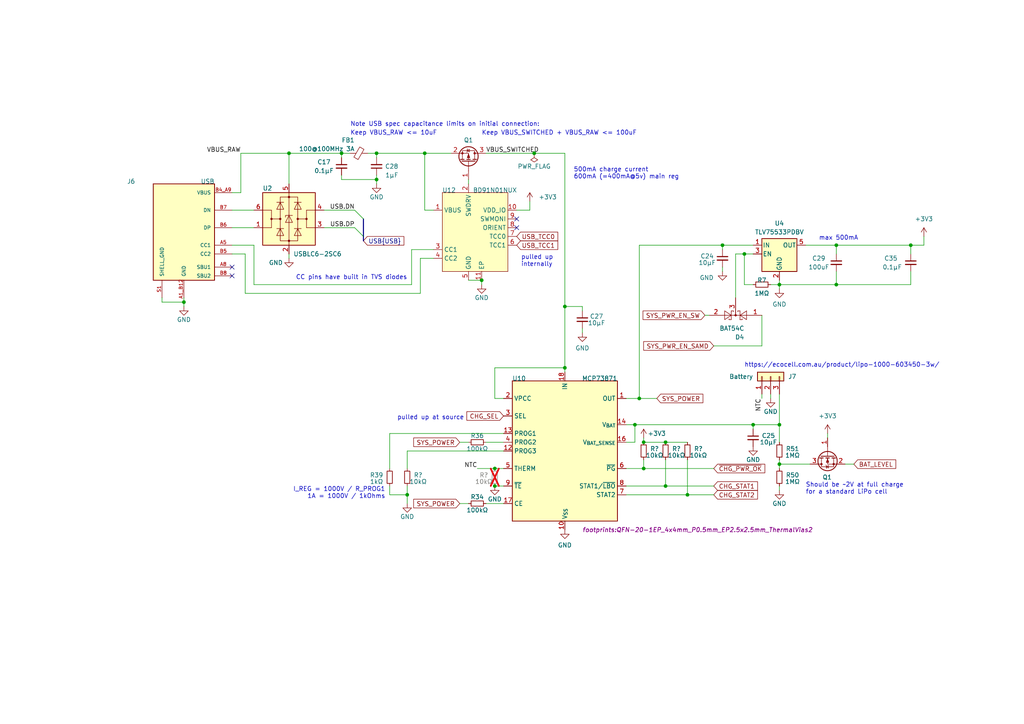
<source format=kicad_sch>
(kicad_sch (version 20230121) (generator eeschema)
  (paper "A4")
  (title_block (title "TANGARA") (date "2023-05-30") (rev "4") (company "made by jacqueline") (comment 1 "SPDX-License-Identifier: CERN-OHL-S-2.0"))
  (lib_symbols
    (symbol "Battery_Management:MCP73871"
      (property "Reference" "U" (at -7.62 24.13 0))
      (property "Value" "MCP73871" (at -15.24 21.59 0))
      (symbol "MCP73871_0_1"
        (rectangle (start -15.24 20.32) (end 15.24 -20.32) (stroke (width 0.254)) (fill (type background)))
      )
      (symbol "MCP73871_1_1"
        (pin power_out line (at 17.78 15.24 180) (length 2.54) (name "OUT") (number "1"))
        (pin power_in line (at 0 -22.86 90) (length 2.54) (name "V_{SS}") (number "10"))
        (pin passive line (at 0 -22.86 90) (length 2.54) hide (name "V_{SS}") (number "11"))
        (pin bidirectional line (at -17.78 0 0) (length 2.54) (name "PROG3") (number "12"))
        (pin bidirectional line (at -17.78 5.08 0) (length 2.54) (name "PROG1") (number "13"))
        (pin power_out line (at 17.78 7.62 180) (length 2.54) (name "V_{BAT}") (number "14"))
        (pin passive line (at 17.78 7.62 180) (length 2.54) hide (name "V_{BAT}") (number "15"))
        (pin input line (at 17.78 2.54 180) (length 2.54) (name "V_{BAT_SENSE}") (number "16"))
        (pin input line (at -17.78 -15.24 0) (length 2.54) (name "CE") (number "17"))
        (pin power_in line (at 0 22.86 270) (length 2.54) (name "IN") (number "18"))
        (pin passive line (at 0 22.86 270) (length 2.54) hide (name "IN") (number "19"))
        (pin input line (at -17.78 15.24 0) (length 2.54) (name "VPCC") (number "2"))
        (pin passive line (at 17.78 15.24 180) (length 2.54) hide (name "OUT") (number "20"))
        (pin passive line (at 0 -22.86 90) (length 2.54) hide (name "V_{SS}") (number "21"))
        (pin input line (at -17.78 10.16 0) (length 2.54) (name "SEL") (number "3"))
        (pin input line (at -17.78 2.54 0) (length 2.54) (name "PROG2") (number "4"))
        (pin bidirectional line (at -17.78 -5.08 0) (length 2.54) (name "THERM") (number "5"))
        (pin open_collector line (at 17.78 -5.08 180) (length 2.54) (name "~{PG}") (number "6"))
        (pin open_collector line (at 17.78 -12.7 180) (length 2.54) (name "STAT2") (number "7"))
        (pin open_collector line (at 17.78 -10.16 180) (length 2.54) (name "STAT1/~{LBO}") (number "8"))
        (pin input line (at -17.78 -10.16 0) (length 2.54) (name "~{TE}") (number "9"))
      )
    )
    (symbol "Connector_Generic:Conn_01x03" (pin_names (offset 1.016) hide)
      (property "Reference" "J" (at 0 5.08 0))
      (property "Value" "Conn_01x03" (at 0 -5.08 0))
      (symbol "Conn_01x03_1_1"
        (rectangle (start -1.27 -2.413) (end 0 -2.667) (stroke (width 0.1524)))
        (rectangle (start -1.27 0.127) (end 0 -0.127) (stroke (width 0.1524)))
        (rectangle (start -1.27 2.667) (end 0 2.413) (stroke (width 0.1524)))
        (rectangle (start -1.27 3.81) (end 1.27 -3.81) (stroke (width 0.254)) (fill (type background)))
        (pin passive line (at -5.08 2.54 0) (length 3.81) (name "Pin_1") (number "1"))
        (pin passive line (at -5.08 0 0) (length 3.81) (name "Pin_2") (number "2"))
        (pin passive line (at -5.08 -2.54 0) (length 3.81) (name "Pin_3") (number "3"))
      )
    )
    (symbol "Device:C_Small" (pin_numbers hide) (pin_names (offset 0.254) hide)
      (property "Reference" "C" (at 0.254 1.778 0))
      (property "Value" "C_Small" (at 0.254 -2.032 0))
      (symbol "C_Small_0_1"
        (polyline (pts (xy -1.524 -0.508) (xy 1.524 -0.508)) (stroke (width 0.3302)))
        (polyline (pts (xy -1.524 0.508) (xy 1.524 0.508)) (stroke (width 0.3048)))
      )
      (symbol "C_Small_1_1"
        (pin passive line (at 0 2.54 270) (length 2.032) (name "~") (number "1"))
        (pin passive line (at 0 -2.54 90) (length 2.032) (name "~") (number "2"))
      )
    )
    (symbol "Device:Ferrite_Bead_Small" (pin_numbers hide) (pin_names (offset 0))
      (property "Reference" "FB" (at 1.905 1.27 0))
      (property "Value" "Device_Ferrite_Bead_Small" (at 1.905 -1.27 0))
      (symbol "Ferrite_Bead_Small_0_1"
        (polyline (pts (xy 0 -1.27) (xy 0 -0.7874)))
        (polyline (pts (xy 0 0.889) (xy 0 1.2954)))
        (polyline (pts (xy -1.8288 0.2794) (xy -1.1176 1.4986) (xy 1.8288 -0.2032) (xy 1.1176 -1.4224) (xy -1.8288 0.2794)))
      )
      (symbol "Ferrite_Bead_Small_1_1"
        (pin passive line (at 0 2.54 270) (length 1.27) (name "~") (number "1"))
        (pin passive line (at 0 -2.54 90) (length 1.27) (name "~") (number "2"))
      )
    )
    (symbol "Device:Q_NMOS_GSD" (pin_names (offset 0) hide)
      (property "Reference" "Q" (at 5.08 1.27 0))
      (property "Value" "Q_NMOS_GSD" (at 5.08 -1.27 0))
      (symbol "Q_NMOS_GSD_0_1"
        (polyline (pts (xy 0.254 0) (xy -2.54 0)))
        (polyline (pts (xy 0.254 1.905) (xy 0.254 -1.905)) (stroke (width 0.254)))
        (polyline (pts (xy 0.762 -1.27) (xy 0.762 -2.286)) (stroke (width 0.254)))
        (polyline (pts (xy 0.762 0.508) (xy 0.762 -0.508)) (stroke (width 0.254)))
        (polyline (pts (xy 0.762 2.286) (xy 0.762 1.27)) (stroke (width 0.254)))
        (polyline (pts (xy 2.54 2.54) (xy 2.54 1.778)))
        (polyline (pts (xy 2.54 -2.54) (xy 2.54 0) (xy 0.762 0)))
        (polyline (pts (xy 0.762 -1.778) (xy 3.302 -1.778) (xy 3.302 1.778) (xy 0.762 1.778)))
        (polyline (pts (xy 1.016 0) (xy 2.032 0.381) (xy 2.032 -0.381) (xy 1.016 0)) (fill (type outline)))
        (polyline (pts (xy 2.794 0.508) (xy 2.921 0.381) (xy 3.683 0.381) (xy 3.81 0.254)))
        (polyline (pts (xy 3.302 0.381) (xy 2.921 -0.254) (xy 3.683 -0.254) (xy 3.302 0.381)))
        (circle (center 1.651 0) (radius 2.794) (stroke (width 0.254)))
        (circle (center 2.54 -1.778) (radius 0.254) (fill (type outline)))
        (circle (center 2.54 1.778) (radius 0.254) (fill (type outline)))
      )
      (symbol "Q_NMOS_GSD_1_1"
        (pin input line (at -5.08 0 0) (length 2.54) (name "G") (number "1"))
        (pin passive line (at 2.54 -5.08 90) (length 2.54) (name "S") (number "2"))
        (pin passive line (at 2.54 5.08 270) (length 2.54) (name "D") (number "3"))
      )
    )
    (symbol "Device:Q_PMOS_GSD" (pin_names (offset 0) hide)
      (property "Reference" "Q" (at 5.08 1.27 0))
      (property "Value" "Q_PMOS_GSD" (at 5.08 -1.27 0))
      (symbol "Q_PMOS_GSD_0_1"
        (polyline (pts (xy 0.254 0) (xy -2.54 0)))
        (polyline (pts (xy 0.254 1.905) (xy 0.254 -1.905)) (stroke (width 0.254)))
        (polyline (pts (xy 0.762 -1.27) (xy 0.762 -2.286)) (stroke (width 0.254)))
        (polyline (pts (xy 0.762 0.508) (xy 0.762 -0.508)) (stroke (width 0.254)))
        (polyline (pts (xy 0.762 2.286) (xy 0.762 1.27)) (stroke (width 0.254)))
        (polyline (pts (xy 2.54 2.54) (xy 2.54 1.778)))
        (polyline (pts (xy 2.54 -2.54) (xy 2.54 0) (xy 0.762 0)))
        (polyline (pts (xy 0.762 1.778) (xy 3.302 1.778) (xy 3.302 -1.778) (xy 0.762 -1.778)))
        (polyline (pts (xy 2.286 0) (xy 1.27 0.381) (xy 1.27 -0.381) (xy 2.286 0)) (fill (type outline)))
        (polyline (pts (xy 2.794 -0.508) (xy 2.921 -0.381) (xy 3.683 -0.381) (xy 3.81 -0.254)))
        (polyline (pts (xy 3.302 -0.381) (xy 2.921 0.254) (xy 3.683 0.254) (xy 3.302 -0.381)))
        (circle (center 1.651 0) (radius 2.794) (stroke (width 0.254)))
        (circle (center 2.54 -1.778) (radius 0.254) (fill (type outline)))
        (circle (center 2.54 1.778) (radius 0.254) (fill (type outline)))
      )
      (symbol "Q_PMOS_GSD_1_1"
        (pin input line (at -5.08 0 0) (length 2.54) (name "G") (number "1"))
        (pin passive line (at 2.54 -5.08 90) (length 2.54) (name "S") (number "2"))
        (pin passive line (at 2.54 5.08 270) (length 2.54) (name "D") (number "3"))
      )
    )
    (symbol "Device:R_Small" (pin_numbers hide) (pin_names (offset 0.254) hide)
      (property "Reference" "R" (at 0.762 0.508 0))
      (property "Value" "R_Small" (at 0.762 -1.016 0))
      (symbol "R_Small_0_1"
        (rectangle (start -0.762 1.778) (end 0.762 -1.778) (stroke (width 0.2032)))
      )
      (symbol "R_Small_1_1"
        (pin passive line (at 0 2.54 270) (length 0.762) (name "~") (number "1"))
        (pin passive line (at 0 -2.54 90) (length 0.762) (name "~") (number "2"))
      )
    )
    (symbol "Diode:BAT54C" (pin_names (offset 1.016))
      (property "Reference" "D" (at 0.635 -3.81 0))
      (property "Value" "BAT54C" (at -6.35 3.175 0))
      (symbol "BAT54C_0_1"
        (polyline (pts (xy -1.905 0) (xy 1.905 0)))
        (polyline (pts (xy -1.905 1.27) (xy -1.905 1.016)))
        (polyline (pts (xy -1.27 -1.27) (xy -0.635 -1.27)))
        (polyline (pts (xy -1.27 0) (xy -3.81 0)))
        (polyline (pts (xy -1.27 1.27) (xy -1.905 1.27)))
        (polyline (pts (xy -1.27 1.27) (xy -1.27 -1.27)))
        (polyline (pts (xy -0.635 -1.27) (xy -0.635 -1.016)))
        (polyline (pts (xy 0.635 -1.27) (xy 0.635 -1.016)))
        (polyline (pts (xy 1.27 -1.27) (xy 0.635 -1.27)))
        (polyline (pts (xy 1.27 1.27) (xy 1.27 -1.27)))
        (polyline (pts (xy 1.27 1.27) (xy 1.905 1.27)))
        (polyline (pts (xy 1.905 1.27) (xy 1.905 1.016)))
        (polyline (pts (xy 3.81 0) (xy 1.27 0)))
        (polyline (pts (xy -3.175 -1.27) (xy -3.175 1.27) (xy -1.27 0) (xy -3.175 -1.27)))
        (polyline (pts (xy 3.175 -1.27) (xy 3.175 1.27) (xy 1.27 0) (xy 3.175 -1.27)))
        (circle (center 0 0) (radius 0.254) (fill (type outline)))
      )
      (symbol "BAT54C_1_1"
        (pin passive line (at -7.62 0 0) (length 3.81) (name "~") (number "1"))
        (pin passive line (at 7.62 0 180) (length 3.81) (name "~") (number "2"))
        (pin passive line (at 0 -5.08 90) (length 5.08) (name "~") (number "3"))
      )
    )
    (symbol "Power_Protection:USBLC6-2SC6" (pin_names hide)
      (property "Reference" "U" (at 2.54 8.89 0))
      (property "Value" "USBLC6-2SC6" (at 2.54 -8.89 0))
      (symbol "USBLC6-2SC6_0_1"
        (rectangle (start -7.62 -7.62) (end 7.62 7.62) (stroke (width 0.254)) (fill (type background)))
        (circle (center -5.08 0) (radius 0.254) (fill (type outline)))
        (circle (center -2.54 0) (radius 0.254) (fill (type outline)))
        (rectangle (start -2.54 6.35) (end 2.54 -6.35))
        (circle (center 0 -6.35) (radius 0.254) (fill (type outline)))
        (polyline (pts (xy -5.08 -2.54) (xy -7.62 -2.54)))
        (polyline (pts (xy -5.08 0) (xy -5.08 -2.54)))
        (polyline (pts (xy -5.08 2.54) (xy -7.62 2.54)))
        (polyline (pts (xy -1.524 -2.794) (xy -3.556 -2.794)))
        (polyline (pts (xy -1.524 4.826) (xy -3.556 4.826)))
        (polyline (pts (xy 0 -7.62) (xy 0 -6.35)))
        (polyline (pts (xy 0 -6.35) (xy 0 1.27)))
        (polyline (pts (xy 0 1.27) (xy 0 6.35)))
        (polyline (pts (xy 0 6.35) (xy 0 7.62)))
        (polyline (pts (xy 1.524 -2.794) (xy 3.556 -2.794)))
        (polyline (pts (xy 1.524 4.826) (xy 3.556 4.826)))
        (polyline (pts (xy 5.08 -2.54) (xy 7.62 -2.54)))
        (polyline (pts (xy 5.08 0) (xy 5.08 -2.54)))
        (polyline (pts (xy 5.08 2.54) (xy 7.62 2.54)))
        (polyline (pts (xy -2.54 0) (xy -5.08 0) (xy -5.08 2.54)))
        (polyline (pts (xy 2.54 0) (xy 5.08 0) (xy 5.08 2.54)))
        (polyline (pts (xy -3.556 -4.826) (xy -1.524 -4.826) (xy -2.54 -2.794) (xy -3.556 -4.826)))
        (polyline (pts (xy -3.556 2.794) (xy -1.524 2.794) (xy -2.54 4.826) (xy -3.556 2.794)))
        (polyline (pts (xy -1.016 -1.016) (xy 1.016 -1.016) (xy 0 1.016) (xy -1.016 -1.016)))
        (polyline (pts (xy 1.016 1.016) (xy 0.762 1.016) (xy -1.016 1.016) (xy -1.016 0.508)))
        (polyline (pts (xy 3.556 -4.826) (xy 1.524 -4.826) (xy 2.54 -2.794) (xy 3.556 -4.826)))
        (polyline (pts (xy 3.556 2.794) (xy 1.524 2.794) (xy 2.54 4.826) (xy 3.556 2.794)))
        (circle (center 0 6.35) (radius 0.254) (fill (type outline)))
        (circle (center 2.54 0) (radius 0.254) (fill (type outline)))
        (circle (center 5.08 0) (radius 0.254) (fill (type outline)))
      )
      (symbol "USBLC6-2SC6_1_1"
        (pin passive line (at -10.16 -2.54 0) (length 2.54) (name "I/O1") (number "1"))
        (pin passive line (at 0 -10.16 90) (length 2.54) (name "GND") (number "2"))
        (pin passive line (at 10.16 -2.54 180) (length 2.54) (name "I/O2") (number "3"))
        (pin passive line (at 10.16 2.54 180) (length 2.54) (name "I/O2") (number "4"))
        (pin passive line (at 0 10.16 270) (length 2.54) (name "VBUS") (number "5"))
        (pin passive line (at -10.16 2.54 0) (length 2.54) (name "I/O1") (number "6"))
      )
    )
    (symbol "Regulator_Linear:TLV75533PDBV" (pin_names (offset 0.254))
      (property "Reference" "U" (at -3.81 5.715 0))
      (property "Value" "TLV75533PDBV" (at 0 5.715 0))
      (symbol "TLV75533PDBV_0_1"
        (rectangle (start -5.08 4.445) (end 5.08 -5.08) (stroke (width 0.254)) (fill (type background)))
      )
      (symbol "TLV75533PDBV_1_1"
        (pin power_in line (at -7.62 2.54 0) (length 2.54) (name "IN") (number "1"))
        (pin power_in line (at 0 -7.62 90) (length 2.54) (name "GND") (number "2"))
        (pin input line (at -7.62 0 0) (length 2.54) (name "EN") (number "3"))
        (pin no_connect line (at 5.08 0 180) (length 2.54) hide (name "NC") (number "4"))
        (pin power_out line (at 7.62 2.54 180) (length 2.54) (name "OUT") (number "5"))
      )
    )
    (symbol "power:+3V3" (power) (pin_names (offset 0))
      (property "Value" "+3V3" (at 0 3.556 0))
      (symbol "+3V3_0_1"
        (polyline (pts (xy -0.762 1.27) (xy 0 2.54)))
        (polyline (pts (xy 0 0) (xy 0 2.54)))
        (polyline (pts (xy 0 2.54) (xy 0.762 1.27)))
      )
      (symbol "+3V3_1_1"
        (pin power_in line (at 0 0 90) (length 0) hide (name "+3V3") (number "1"))
      )
    )
    (symbol "power:GND" (power) (pin_names (offset 0))
      (property "Value" "GND" (at 0 -3.81 0))
      (symbol "GND_0_1"
        (polyline (pts (xy 0 0) (xy 0 -1.27) (xy 1.27 -1.27) (xy 0 -2.54) (xy -1.27 -1.27) (xy 0 -1.27)))
      )
      (symbol "GND_1_1"
        (pin power_in line (at 0 0 270) (length 0) hide (name "GND") (number "1"))
      )
    )
    (symbol "power:PWR_FLAG" (power) (pin_numbers hide) (pin_names (offset 0) hide)
      (property "Value" "PWR_FLAG" (at 0 3.81 0))
      (symbol "PWR_FLAG_0_0"
        (pin power_out line (at 0 0 90) (length 0) (name "pwr") (number "1"))
      )
      (symbol "PWR_FLAG_0_1"
        (polyline (pts (xy 0 0) (xy 0 1.27) (xy -1.016 1.905) (xy 0 2.54) (xy 1.016 1.905) (xy 0 1.27)))
      )
    )
    (symbol "symbols:BD91N01NUX"
      (property "Reference" "U" (at 0 13.97 0))
      (property "Value" "BD91N01NUX" (at 5.08 16.51 0))
      (symbol "BD91N01NUX_0_1"
        (rectangle (start -12.7 12.7) (end 6.35 -10.16) (fill (type background)))
      )
      (symbol "BD91N01NUX_1_1"
        (pin power_in line (at -15.24 7.62 0) (length 2.54) (name "VBUS") (number "1"))
        (pin power_in line (at 8.89 7.62 180) (length 2.54) (name "VDD_IO") (number "10"))
        (pin power_in line (at -1.27 -12.7 90) (length 2.54) (name "EP") (number "11"))
        (pin output line (at -5.08 15.24 270) (length 2.54) (name "SWDRV") (number "2"))
        (pin input line (at -15.24 -3.81 0) (length 2.54) (name "CC1") (number "3"))
        (pin input line (at -15.24 -6.35 0) (length 2.54) (name "CC2") (number "4"))
        (pin power_in line (at -5.08 -12.7 90) (length 2.54) (name "GND") (number "5"))
        (pin output line (at 8.89 -2.54 180) (length 2.54) (name "TCC1") (number "6"))
        (pin output line (at 8.89 0 180) (length 2.54) (name "TCC0") (number "7"))
        (pin output line (at 8.89 2.54 180) (length 2.54) (name "ORIENT") (number "8"))
        (pin output line (at 8.89 5.08 180) (length 2.54) (name "SWMONI") (number "9"))
      )
    )
    (symbol "symbols:USB4510-03-1-A_REVA" (pin_names (offset 1.016))
      (property "Reference" "J" (at -12.7 16.002 0))
      (property "Value" "USB4510-03-1-A_REVA" (at -12.7 -18.542 0))
      (symbol "USB4510-03-1-A_REVA_0_0"
        (rectangle (start -5.08 15.24) (end 12.7 -12.7) (stroke (width 0.254)) (fill (type background)))
        (pin power_in line (at 3.81 -17.78 90) (length 5.08) (name "GND") (number "A1_B12"))
        (pin power_in line (at 17.78 12.7 180) (length 5.08) hide (name "VBUS") (number "A4_B9"))
        (pin bidirectional line (at 17.78 -2.54 180) (length 5.08) (name "CC1") (number "A5"))
        (pin bidirectional line (at 17.78 2.54 180) (length 5.08) hide (name "DP") (number "A6"))
        (pin bidirectional line (at 17.78 7.62 180) (length 5.08) hide (name "DN") (number "A7"))
        (pin bidirectional line (at 17.78 -8.89 180) (length 5.08) (name "SBU1") (number "A8"))
        (pin power_in line (at 3.81 -17.78 90) (length 5.08) hide (name "GND") (number "B1_A12"))
        (pin power_in line (at 17.78 12.7 180) (length 5.08) (name "VBUS") (number "B4_A9"))
        (pin bidirectional line (at 17.78 -5.08 180) (length 5.08) (name "CC2") (number "B5"))
        (pin bidirectional line (at 17.78 2.54 180) (length 5.08) (name "DP") (number "B6"))
        (pin bidirectional line (at 17.78 7.62 180) (length 5.08) (name "DN") (number "B7"))
        (pin bidirectional line (at 17.78 -11.43 180) (length 5.08) (name "SBU2") (number "B8"))
        (pin power_in line (at -2.54 -17.78 90) (length 5.08) (name "SHELL_GND") (number "S1"))
        (pin power_in line (at -2.54 -17.78 90) (length 5.08) hide (name "SHELL_GND") (number "S2"))
        (pin power_in line (at -2.54 -17.78 90) (length 5.08) hide (name "SHELL_GND") (number "S3"))
        (pin power_in line (at -2.54 -17.78 90) (length 5.08) hide (name "SHELL_GND") (number "S4"))
      )
    )
  )
  (junction (at 209.55 71.12))
  (junction (at 226.06 134.62))
  (junction (at 154.94 44.45))
  (junction (at 53.34 87.63))
  (junction (at 99.06 44.45))
  (junction (at 143.51 135.89))
  (junction (at 264.16 71.12))
  (junction (at 123.19 44.45))
  (junction (at 184.15 123.19))
  (junction (at 109.22 52.07))
  (junction (at 242.57 71.12))
  (junction (at 218.44 123.19))
  (junction (at 143.51 140.97))
  (junction (at 186.69 135.89))
  (junction (at 193.04 140.97))
  (junction (at 109.22 44.45))
  (junction (at 199.39 143.51))
  (junction (at 163.83 106.68))
  (junction (at 226.06 123.19))
  (junction (at 139.7 81.28))
  (junction (at 193.04 128.27))
  (junction (at 226.06 82.55))
  (junction (at 186.69 128.27))
  (junction (at 185.42 115.57))
  (junction (at 118.11 143.51))
  (junction (at 163.83 88.9))
  (junction (at 83.82 44.45))
  (junction (at 242.57 82.55))
  (junction (at 215.9 73.66))
  (no_connect (at 149.86 63.5))
  (no_connect (at 149.86 66.04))
  (no_connect (at 67.31 80.01))
  (no_connect (at 67.31 77.47))
  (bus_entry (at 102.87 60.96) (size 2.54 2.54))
  (bus_entry (at 102.87 66.04) (size 2.54 2.54))
  (wire (pts (xy 69.85 44.45) (xy 69.85 55.88)))
  (wire (pts (xy 123.19 44.45) (xy 123.19 60.96)))
  (wire (pts (xy 242.57 73.66) (xy 242.57 71.12)))
  (wire (pts (xy 119.38 82.55) (xy 119.38 72.39)))
  (wire (pts (xy 109.22 50.8) (xy 109.22 52.07)))
  (wire (pts (xy 133.35 146.05) (xy 135.89 146.05)))
  (wire (pts (xy 109.22 52.07) (xy 109.22 53.34)))
  (wire (pts (xy 226.06 82.55) (xy 242.57 82.55)))
  (wire (pts (xy 264.16 71.12) (xy 267.97 71.12)))
  (wire (pts (xy 181.61 140.97) (xy 193.04 140.97)))
  (wire (pts (xy 185.42 71.12) (xy 185.42 115.57)))
  (wire (pts (xy 143.51 106.68) (xy 163.83 106.68)))
  (wire (pts (xy 264.16 78.74) (xy 264.16 82.55)))
  (wire (pts (xy 143.51 115.57) (xy 143.51 106.68)))
  (wire (pts (xy 186.69 133.35) (xy 186.69 135.89)))
  (wire (pts (xy 118.11 143.51) (xy 118.11 146.05)))
  (wire (pts (xy 53.34 86.36) (xy 53.34 87.63)))
  (wire (pts (xy 119.38 72.39) (xy 125.73 72.39)))
  (wire (pts (xy 245.11 134.62) (xy 247.65 134.62)))
  (wire (pts (xy 146.05 115.57) (xy 143.51 115.57)))
  (wire (pts (xy 218.44 82.55) (xy 215.9 82.55)))
  (wire (pts (xy 109.22 52.07) (xy 99.06 52.07)))
  (wire (pts (xy 209.55 71.12) (xy 218.44 71.12)))
  (wire (pts (xy 163.83 44.45) (xy 163.83 88.9)))
  (bus (pts (xy 105.41 68.58) (xy 105.41 69.85)))
  (wire (pts (xy 118.11 140.97) (xy 118.11 143.51)))
  (wire (pts (xy 99.06 50.8) (xy 99.06 52.07)))
  (wire (pts (xy 67.31 71.12) (xy 73.66 71.12)))
  (wire (pts (xy 123.19 44.45) (xy 130.81 44.45)))
  (wire (pts (xy 121.92 85.09) (xy 121.92 74.93)))
  (wire (pts (xy 71.12 85.09) (xy 121.92 85.09)))
  (wire (pts (xy 220.98 115.57) (xy 220.98 114.3)))
  (wire (pts (xy 181.61 143.51) (xy 199.39 143.51)))
  (wire (pts (xy 223.52 114.3) (xy 223.52 115.57)))
  (wire (pts (xy 233.68 71.12) (xy 242.57 71.12)))
  (wire (pts (xy 135.89 52.07) (xy 135.89 53.34)))
  (wire (pts (xy 209.55 72.39) (xy 209.55 71.12)))
  (wire (pts (xy 220.98 100.33) (xy 220.98 91.44)))
  (wire (pts (xy 149.86 60.96) (xy 153.67 60.96)))
  (wire (pts (xy 146.05 146.05) (xy 140.97 146.05)))
  (wire (pts (xy 143.51 140.97) (xy 146.05 140.97)))
  (wire (pts (xy 215.9 73.66) (xy 218.44 73.66)))
  (wire (pts (xy 99.06 44.45) (xy 99.06 45.72)))
  (wire (pts (xy 226.06 140.97) (xy 226.06 142.24)))
  (wire (pts (xy 226.06 82.55) (xy 226.06 81.28)))
  (wire (pts (xy 226.06 123.19) (xy 226.06 128.27)))
  (wire (pts (xy 135.89 81.28) (xy 139.7 81.28)))
  (wire (pts (xy 109.22 45.72) (xy 109.22 44.45)))
  (wire (pts (xy 181.61 115.57) (xy 185.42 115.57)))
  (wire (pts (xy 140.97 44.45) (xy 154.94 44.45)))
  (wire (pts (xy 264.16 71.12) (xy 264.16 73.66)))
  (wire (pts (xy 207.01 100.33) (xy 220.98 100.33)))
  (wire (pts (xy 93.98 66.04) (xy 102.87 66.04)))
  (wire (pts (xy 46.99 86.36) (xy 46.99 87.63)))
  (wire (pts (xy 146.05 130.81) (xy 118.11 130.81)))
  (wire (pts (xy 69.85 44.45) (xy 83.82 44.45)))
  (wire (pts (xy 109.22 44.45) (xy 106.68 44.45)))
  (wire (pts (xy 226.06 83.82) (xy 226.06 82.55)))
  (wire (pts (xy 193.04 140.97) (xy 207.01 140.97)))
  (wire (pts (xy 163.83 88.9) (xy 163.83 106.68)))
  (wire (pts (xy 193.04 128.27) (xy 199.39 128.27)))
  (wire (pts (xy 218.44 123.19) (xy 226.06 123.19)))
  (wire (pts (xy 186.69 127) (xy 186.69 128.27)))
  (wire (pts (xy 67.31 73.66) (xy 71.12 73.66)))
  (wire (pts (xy 168.91 90.17) (xy 168.91 88.9)))
  (wire (pts (xy 67.31 55.88) (xy 69.85 55.88)))
  (wire (pts (xy 184.15 128.27) (xy 184.15 123.19)))
  (wire (pts (xy 93.98 60.96) (xy 102.87 60.96)))
  (wire (pts (xy 181.61 135.89) (xy 186.69 135.89)))
  (wire (pts (xy 118.11 130.81) (xy 118.11 135.89)))
  (wire (pts (xy 242.57 78.74) (xy 242.57 82.55)))
  (wire (pts (xy 140.97 128.27) (xy 146.05 128.27)))
  (wire (pts (xy 71.12 73.66) (xy 71.12 85.09)))
  (wire (pts (xy 242.57 71.12) (xy 264.16 71.12)))
  (wire (pts (xy 153.67 60.96) (xy 153.67 58.42)))
  (wire (pts (xy 109.22 44.45) (xy 123.19 44.45)))
  (wire (pts (xy 209.55 77.47) (xy 209.55 78.74)))
  (wire (pts (xy 223.52 82.55) (xy 226.06 82.55)))
  (wire (pts (xy 168.91 88.9) (xy 163.83 88.9)))
  (wire (pts (xy 163.83 106.68) (xy 163.83 107.95)))
  (wire (pts (xy 73.66 71.12) (xy 73.66 82.55)))
  (wire (pts (xy 226.06 134.62) (xy 226.06 133.35)))
  (wire (pts (xy 267.97 68.58) (xy 267.97 71.12)))
  (wire (pts (xy 73.66 60.96) (xy 67.31 60.96)))
  (wire (pts (xy 181.61 128.27) (xy 184.15 128.27)))
  (wire (pts (xy 113.03 140.97) (xy 113.03 143.51)))
  (wire (pts (xy 184.15 123.19) (xy 218.44 123.19)))
  (wire (pts (xy 226.06 134.62) (xy 234.95 134.62)))
  (wire (pts (xy 146.05 125.73) (xy 113.03 125.73)))
  (wire (pts (xy 226.06 135.89) (xy 226.06 134.62)))
  (wire (pts (xy 168.91 95.25) (xy 168.91 96.52)))
  (wire (pts (xy 213.36 73.66) (xy 213.36 86.36)))
  (wire (pts (xy 143.51 135.89) (xy 146.05 135.89)))
  (wire (pts (xy 185.42 71.12) (xy 209.55 71.12)))
  (wire (pts (xy 139.7 81.28) (xy 139.7 82.55)))
  (wire (pts (xy 193.04 133.35) (xy 193.04 140.97)))
  (wire (pts (xy 138.43 135.89) (xy 143.51 135.89)))
  (wire (pts (xy 185.42 115.57) (xy 190.5 115.57)))
  (wire (pts (xy 53.34 87.63) (xy 53.34 88.9)))
  (bus (pts (xy 105.41 63.5) (xy 105.41 68.58)))
  (wire (pts (xy 83.82 44.45) (xy 83.82 53.34)))
  (wire (pts (xy 46.99 87.63) (xy 53.34 87.63)))
  (wire (pts (xy 242.57 82.55) (xy 264.16 82.55)))
  (wire (pts (xy 199.39 143.51) (xy 207.01 143.51)))
  (wire (pts (xy 99.06 44.45) (xy 101.6 44.45)))
  (wire (pts (xy 226.06 114.3) (xy 226.06 123.19)))
  (wire (pts (xy 186.69 135.89) (xy 207.01 135.89)))
  (wire (pts (xy 133.35 128.27) (xy 135.89 128.27)))
  (wire (pts (xy 113.03 143.51) (xy 118.11 143.51)))
  (wire (pts (xy 218.44 123.19) (xy 218.44 124.46)))
  (wire (pts (xy 204.47 91.44) (xy 205.74 91.44)))
  (wire (pts (xy 186.69 128.27) (xy 193.04 128.27)))
  (wire (pts (xy 83.82 73.66) (xy 83.82 74.93)))
  (wire (pts (xy 199.39 133.35) (xy 199.39 143.51)))
  (wire (pts (xy 240.03 125.73) (xy 240.03 127)))
  (wire (pts (xy 83.82 44.45) (xy 99.06 44.45)))
  (wire (pts (xy 113.03 125.73) (xy 113.03 135.89)))
  (wire (pts (xy 121.92 74.93) (xy 125.73 74.93)))
  (wire (pts (xy 213.36 73.66) (xy 215.9 73.66)))
  (wire (pts (xy 73.66 82.55) (xy 119.38 82.55)))
  (wire (pts (xy 125.73 60.96) (xy 123.19 60.96)))
  (wire (pts (xy 154.94 44.45) (xy 163.83 44.45)))
  (wire (pts (xy 73.66 66.04) (xy 67.31 66.04)))
  (wire (pts (xy 215.9 82.55) (xy 215.9 73.66)))
  (wire (pts (xy 181.61 123.19) (xy 184.15 123.19)))
  (text "https://ecocell.com.au/product/lipo-1000-603450-3w/" (at 215.9 106.68 0) (effects (font (size 1.27 1.27)) (justify left bottom)))
  (text "max 500mA" (at 237.49 69.85 0) (effects (font (size 1.27 1.27)) (justify left bottom)))
  (text "500mA charge current\n600mA (=400mA@5v) main reg" (at 166.37 52.07 0) (effects (font (size 1.27 1.27)) (justify left bottom)))
  (text "pulled up\ninternally" (at 151.13 77.47 0) (effects (font (size 1.27 1.27)) (justify left bottom)))
  (text "CC pins have built in TVS diodes" (at 118.11 81.28 0) (effects (font (size 1.27 1.27)) (justify right bottom)))
  (text "Should be ~2V at full charge\nfor a standard LiPo cell" (at 233.68 143.51 0) (effects (font (size 1.27 1.27)) (justify left bottom)))
  (text "pulled up at source" (at 134.62 121.92 0) (effects (font (size 1.27 1.27)) (justify right bottom)))
  (text "I_REG = 1000V / R_PROG1\n1A = 1000V / 1kOhms" (at 111.76 144.78 0) (effects (font (size 1.27 1.27)) (justify right bottom)))
  (text "Keep VBUS_RAW <= 10uF" (at 101.6 39.37 0) (effects (font (size 1.27 1.27)) (justify left bottom)))
  (text "Keep VBUS_SWITCHED + VBUS_RAW <= 100uF" (at 139.7 39.37 0) (effects (font (size 1.27 1.27)) (justify left bottom)))
  (text "Note USB spec capacitance limits on initial connection:" (at 101.6 36.83 0) (effects (font (size 1.27 1.27)) (justify left bottom)))
  (label "NTC" (at 138.43 135.89 180))
  (label "VBUS_RAW" (at 69.85 44.45 180))
  (label "USB.DP" (at 102.87 66.04 180))
  (label "VBUS_SWITCHED" (at 140.97 44.45 0))
  (label "NTC" (at 220.98 115.57 270))
  (label "USB.DN" (at 102.87 60.96 180))
  (global_label "~{CHG_PWR_OK}" (shape input) (at 207.01 135.89 0) (property "Intersheetrefs" "${INTERSHEET_REFS}" (effects hide)))
  (global_label "SYS_PWR_EN_SAMD" (shape input) (at 207.01 100.33 180) (property "Intersheetrefs" "${INTERSHEET_REFS}" (effects hide)))
  (global_label "SYS_POWER" (shape input) (at 133.35 146.05 180) (property "Intersheetrefs" "${INTERSHEET_REFS}" (effects hide)))
  (global_label "CHG_STAT2" (shape input) (at 207.01 143.51 0) (property "Intersheetrefs" "${INTERSHEET_REFS}" (effects hide)))
  (global_label "USB_TCC0" (shape input) (at 149.86 68.58 0) (property "Intersheetrefs" "${INTERSHEET_REFS}" (effects hide)))
  (global_label "SYS_POWER" (shape input) (at 133.35 128.27 180) (property "Intersheetrefs" "${INTERSHEET_REFS}" (effects hide)))
  (global_label "USB_TCC1" (shape input) (at 149.86 71.12 0) (property "Intersheetrefs" "${INTERSHEET_REFS}" (effects hide)))
  (global_label "SYS_PWR_EN_SW" (shape input) (at 204.47 91.44 180) (property "Intersheetrefs" "${INTERSHEET_REFS}" (effects hide)))
  (global_label "CHG_SEL" (shape input) (at 146.05 120.65 180) (property "Intersheetrefs" "${INTERSHEET_REFS}" (effects hide)))
  (global_label "CHG_STAT1" (shape input) (at 207.01 140.97 0) (property "Intersheetrefs" "${INTERSHEET_REFS}" (effects hide)))
  (global_label "BAT_LEVEL" (shape input) (at 247.65 134.62 0) (property "Intersheetrefs" "${INTERSHEET_REFS}" (effects hide)))
  (global_label "SYS_POWER" (shape input) (at 190.5 115.57 0) (property "Intersheetrefs" "${INTERSHEET_REFS}" (effects hide)))
  (global_label "USB{USB}" (shape input) (at 105.41 69.85 0) (property "Intersheetrefs" "${INTERSHEET_REFS}" (effects hide)))
  (symbol (lib_id "Device:R_Small") (at 226.06 138.43 0) (unit 1)
    (property "Reference" "R50" (at 229.87 137.795 0))
    (property "Value" "1MΩ" (at 229.87 139.7 0))
    (property "Footprint" "Resistor_SMD:R_0603_1608Metric" (effects hide))
    (property "MPN" "AC0603FR-131ML" (effects hide))
  )
  (symbol (lib_id "symbols:BD91N01NUX") (at 140.97 68.58 0) (unit 1)
    (property "Reference" "U12" (at 128.27 55.88 0) (effects (justify left bottom)))
    (property "Value" "BD91N01NUX" (at 137.16 55.88 0) (effects (justify left bottom)))
    (property "Footprint" "footprints:BD91N01NUX-E2" (effects hide))
    (property "MPN" "BD91N01NUX" (effects hide))
  )
  (symbol (lib_id "Power_Protection:USBLC6-2SC6") (at 83.82 63.5 0) (unit 1)
    (property "Reference" "U2" (at 76.2 54.61 0) (effects (justify left)))
    (property "Value" "USBLC6-2SC6" (at 85.09 73.66 0) (effects (justify left)))
    (property "Footprint" "Package_TO_SOT_SMD:SOT-23-6" (effects hide))
    (property "Datasheet" "https://www.st.com/resource/en/datasheet/usblc6-2.pdf" (effects hide))
    (property "MPN" "USBLC6-2SC6" (effects hide))
  )
  (symbol (lib_id "power:GND") (at 109.22 53.34 0) (unit 1)
    (property "Reference" "#PWR0202" (effects hide))
    (property "Value" "GND" (at 109.22 57.15 0))
  )
  (symbol (lib_id "power:+3V3") (at 186.69 127 0) (unit 1)
    (property "Reference" "#PWR0124" (effects hide))
    (property "Value" "+3V3" (at 190.5 125.73 0))
    (instances (project "tangara-mainboard" (path "" (reference "#PWR0124") (unit 1)) (path "" (reference "#PWR04") (unit 1))))
  )
  (symbol (lib_id "power:+3V3") (at 267.97 68.58 0) (unit 1)
    (property "Reference" "#PWR0217" (effects hide))
    (property "Value" "+3V3" (at 267.97 63.5 0))
  )
  (symbol (lib_id "Device:R_Small") (at 118.11 138.43 0) (unit 1)
    (property "Reference" "R?" (at 121.285 137.795 0))
    (property "Value" "10kΩ" (at 121.285 139.7 0))
    (property "Footprint" "Resistor_SMD:R_0603_1608Metric" (effects hide))
    (property "MPN" "AC0603JR-0710KL" (effects hide))
    (instances (project "tangara-mainboard" (path "" (reference "R?") (unit 1)) (path "" (reference "R23") (unit 1)) (path "" (reference "R35") (unit 1))))
  )
  (symbol (lib_id "Device:C_Small") (at 209.55 74.93 0) (unit 1)
    (property "Reference" "C24" (at 205.105 74.295 0))
    (property "Value" "10μF" (at 205.105 76.2 0))
    (property "Footprint" "Capacitor_SMD:C_0805_2012Metric" (effects hide))
    (property "MPN" "GRM21BR61C106KE15K" (effects hide))
  )
  (symbol (lib_id "Device:R_Small") (at 138.43 146.05 90) (unit 1)
    (property "Reference" "R34" (at 138.43 144.145 90))
    (property "Value" "100kΩ" (at 138.43 147.955 90))
    (property "Footprint" "Resistor_SMD:R_0603_1608Metric" (effects hide))
    (property "MPN" "RC0603JR-10100KL" (effects hide))
  )
  (symbol (lib_id "Device:Ferrite_Bead_Small") (at 104.14 44.45 90) (unit 1)
    (property "Reference" "FB1" (at 102.87 40.64 90) (effects (justify left)))
    (property "Value" "100@100MHz 3A" (at 102.87 43.18 90) (effects (justify left)))
    (property "Footprint" "Inductor_SMD:L_0603_1608Metric" (effects hide))
    (property "MPN" "BLM18KG101TN1D" (effects hide))
    (instances (project "tangara-mainboard" (path "" (reference "FB1") (unit 1))) (project "reform2-motherboard" (path "" (reference "FB17") (unit 1))))
  )
  (symbol (lib_id "power:GND") (at 223.52 115.57 0) (unit 1)
    (property "Reference" "#PWR0213" (effects hide))
    (property "Value" "GND" (at 223.52 119.38 0))
  )
  (symbol (lib_id "Device:C_Small") (at 218.44 127 0) (mirror y) (unit 1)
    (property "Reference" "C25" (at 222.885 126.365 0))
    (property "Value" "10μF" (at 222.885 128.27 0))
    (property "Footprint" "Capacitor_SMD:C_0805_2012Metric" (effects hide))
    (property "MPN" "GRM21BR61C106KE15K" (effects hide))
  )
  (symbol (lib_id "Battery_Management:MCP73871") (at 163.83 130.81 0) (unit 1)
    (property "Reference" "U10" (at 148.59 110.49 0) (effects (justify left bottom)))
    (property "Value" "MCP73871" (at 179.07 110.49 0) (effects (justify right bottom)))
    (property "Footprint" "footprints:QFN-20-1EP_4x4mm_P0.5mm_EP2.5x2.5mm_ThermalVias2" (at 168.91 153.67 0) (effects (font italic) (justify left)))
    (property "Datasheet" "http://www.mouser.com/ds/2/268/22090a-52174.pdf" (effects hide))
    (property "MPN" "MCP73871-2CCI/ML" (effects hide))
  )
  (symbol (lib_id "power:PWR_FLAG") (at 154.94 44.45 180) (unit 1)
    (property "Reference" "#FLG0202" (effects hide))
    (property "Value" "PWR_FLAG" (at 154.94 48.26 0))
  )
  (symbol (lib_id "power:GND") (at 83.82 74.93 0) (unit 1)
    (property "Reference" "#PWR0203" (effects hide))
    (property "Value" "GND" (at 80.01 76.2 0))
  )
  (symbol (lib_id "power:GND") (at 53.34 88.9 0) (unit 1)
    (property "Reference" "#PWR0201" (effects hide))
    (property "Value" "GND" (at 53.34 92.71 0))
  )
  (symbol (lib_id "power:GND") (at 143.51 140.97 0) (unit 1)
    (property "Reference" "#PWR0208" (effects hide))
    (property "Value" "GND" (at 143.51 144.78 0))
  )
  (symbol (lib_id "Device:R_Small") (at 226.06 130.81 0) (unit 1)
    (property "Reference" "R51" (at 229.87 130.175 0))
    (property "Value" "1MΩ" (at 229.87 132.08 0))
    (property "Footprint" "Resistor_SMD:R_0603_1608Metric" (effects hide))
    (property "MPN" "AC0603FR-131ML" (effects hide))
  )
  (symbol (lib_id "Device:R_Small") (at 220.98 82.55 90) (unit 1)
    (property "Reference" "R7" (at 220.98 81.28 90))
    (property "Value" "1MΩ" (at 220.98 85.09 90))
    (property "Footprint" "Resistor_SMD:R_0603_1608Metric" (effects hide))
    (property "MPN" "AC0603FR-131ML" (effects hide))
  )
  (symbol (lib_id "Device:R_Small") (at 113.03 138.43 0) (mirror y) (unit 1)
    (property "Reference" "R39" (at 109.22 137.795 0))
    (property "Value" "1kΩ" (at 109.22 139.7 0))
    (property "Footprint" "Resistor_SMD:R_0603_1608Metric" (effects hide))
    (property "MPN" "ERJ-3RBD1001V" (effects hide))
  )
  (symbol (lib_id "Device:C_Small") (at 168.91 92.71 0) (mirror y) (unit 1)
    (property "Reference" "C27" (at 173.0375 91.7575 0))
    (property "Value" "10μF" (at 173.0375 93.6625 0))
    (property "Footprint" "Capacitor_SMD:C_0805_2012Metric" (effects hide))
    (property "MPN" "GRM21BR61C106KE15K" (effects hide))
  )
  (symbol (lib_id "Device:R_Small") (at 138.43 128.27 90) (unit 1)
    (property "Reference" "R36" (at 138.43 126.365 90))
    (property "Value" "100kΩ" (at 138.43 130.175 90))
    (property "Footprint" "Resistor_SMD:R_0603_1608Metric" (effects hide))
    (property "MPN" "RC0603JR-10100KL" (effects hide))
  )
  (symbol (lib_id "Regulator_Linear:TLV75533PDBV") (at 226.06 73.66 0) (unit 1)
    (property "Reference" "U4" (at 226.06 64.77 0))
    (property "Value" "TLV75533PDBV" (at 226.06 67.31 0))
    (property "Footprint" "Package_TO_SOT_SMD:SOT-23-5" (effects hide))
    (property "Datasheet" "http://www.ti.com/lit/ds/symlink/tlv755p.pdf" (effects hide))
    (property "MPN" "TLV75533PDBV" (effects hide))
  )
  (symbol (lib_id "Device:C_Small") (at 264.16 76.2 0) (mirror y) (unit 1)
    (property "Reference" "C35" (at 260.35 74.93 0) (effects (justify left)))
    (property "Value" "0.1μF" (at 261.62 77.4762 0) (effects (justify left)))
    (property "Footprint" "Capacitor_SMD:C_0603_1608Metric" (effects hide))
    (property "MPN" "GCM188R71C104KA37J" (effects hide))
    (instances (project "tangara-mainboard" (path "" (reference "C35") (unit 1)) (path "" (reference "C22") (unit 1))))
  )
  (symbol (lib_id "power:+3V3") (at 153.67 58.42 0) (unit 1)
    (property "Reference" "#PWR0205" (effects hide))
    (property "Value" "+3V3" (at 156.21 57.1499 0) (effects (justify left)))
  )
  (symbol (lib_id "power:GND") (at 139.7 82.55 0) (unit 1)
    (property "Reference" "#PWR0204" (effects hide))
    (property "Value" "GND" (at 139.7 86.36 0))
  )
  (symbol (lib_id "power:GND") (at 209.55 78.74 0) (unit 1)
    (property "Reference" "#PWR029" (effects hide))
    (property "Value" "GND" (at 207.01 81.28 0) (effects (justify right bottom)))
  )
  (symbol (lib_id "Device:Q_PMOS_GSD") (at 135.89 46.99 270) (mirror x) (unit 1)
    (property "Reference" "Q1" (at 135.89 40.64 90))
    (property "Value" "PMV48XPA2R" (effects hide))
    (property "Footprint" "Package_TO_SOT_SMD:TSOT-23" (effects hide))
    (property "MPN" "PMV48XPA2R" (effects hide))
  )
  (symbol (lib_id "Device:R_Small") (at 193.04 130.81 0) (unit 1)
    (property "Reference" "R?" (at 196.215 130.175 0))
    (property "Value" "10kΩ" (at 196.215 132.08 0))
    (property "Footprint" "Resistor_SMD:R_0603_1608Metric" (effects hide))
    (property "MPN" "AC0603JR-0710KL" (effects hide))
    (instances (project "tangara-mainboard" (path "" (reference "R?") (unit 1)) (path "" (reference "R23") (unit 1)) (path "" (reference "R37") (unit 1))))
  )
  (symbol (lib_id "Device:R_Small") (at 143.51 138.43 0) (mirror y) (unit 1) (dnp yes)
    (property "Reference" "R?" (at 140.335 137.795 0))
    (property "Value" "10kΩ" (at 140.335 139.7 0))
    (property "Footprint" "Resistor_SMD:R_0603_1608Metric" (effects hide))
    (property "MPN" "AC0603JR-0710KL" (effects hide))
    (instances (project "tangara-mainboard" (path "" (reference "R?") (unit 1)) (path "" (reference "R23") (unit 1)) (path "" (reference "R1") (unit 1))))
  )
  (symbol (lib_id "power:GND") (at 118.11 146.05 0) (unit 1)
    (property "Reference" "#PWR0206" (effects hide))
    (property "Value" "GND" (at 118.11 149.86 0))
  )
  (symbol (lib_id "power:GND") (at 218.44 129.54 0) (mirror y) (unit 1)
    (property "Reference" "#PWR0211" (effects hide))
    (property "Value" "GND" (at 218.44 133.35 0))
  )
  (symbol (lib_id "Device:C_Small") (at 99.06 48.26 0) (unit 1)
    (property "Reference" "C17" (at 93.98 46.99 0))
    (property "Value" "0.1μF" (at 93.98 49.53 0))
    (property "Footprint" "Capacitor_SMD:C_0603_1608Metric" (effects hide))
    (property "MPN" "GCM188R71C104KA37J" (effects hide))
    (instances (project "tangara-mainboard" (path "" (reference "C17") (unit 1)) (path "" (reference "C37") (unit 1))) (project "audio" (path "" (reference "C14") (unit 1))))
  )
  (symbol (lib_id "power:GND") (at 226.06 83.82 0) (unit 1)
    (property "Reference" "#PWR01" (effects hide))
    (property "Value" "GND" (at 226.06 88.265 0))
  )
  (symbol (lib_id "Device:C_Small") (at 109.22 48.26 180) (unit 1)
    (property "Reference" "C28" (at 115.57 48.26 0) (effects (justify left)))
    (property "Value" "1μF" (at 115.57 50.8 0) (effects (justify left)))
    (property "Footprint" "Capacitor_SMD:C_0805_2012Metric" (effects hide))
    (property "MPN" "GRM216R61C105KA88D" (effects hide))
  )
  (symbol (lib_id "power:+3V3") (at 240.03 125.73 0) (unit 1)
    (property "Reference" "#PWR026" (effects hide))
    (property "Value" "+3V3" (at 240.03 120.65 0))
  )
  (symbol (lib_id "Device:Q_NMOS_GSD") (at 240.03 132.08 90) (mirror x) (unit 1)
    (property "Reference" "Q1" (at 241.3 138.43 90) (effects (justify left)))
    (property "Value" "PJC138K" (effects hide))
    (property "Footprint" "Package_TO_SOT_SMD:SOT-323_SC-70" (effects hide))
    (property "MPN" "PJC138K_R1_00001" (effects hide))
    (instances (project "gay-ipod-faceplate" (path "" (reference "Q1") (unit 1))) (project "tangara-mainboard" (path "" (reference "Q3") (unit 1)) (path "" (reference "Q2") (unit 1))))
  )
  (symbol (lib_id "Diode:BAT54C") (at 213.36 91.44 180) (unit 1)
    (property "Reference" "D4" (at 215.9 97.79 0) (effects (justify left)))
    (property "Value" "BAT54C" (at 215.9 95.25 0) (effects (justify left)))
    (property "Footprint" "Package_TO_SOT_SMD:SOT-23" (effects hide))
    (property "Datasheet" "http://www.diodes.com/_files/datasheets/ds11005.pdf" (effects hide))
  )
  (symbol (lib_id "Device:C_Small") (at 242.57 76.2 0) (unit 1)
    (property "Reference" "C29" (at 237.49 74.93 0))
    (property "Value" "100uF" (at 237.49 77.47 0))
    (property "Footprint" "Capacitor_SMD:C_1210_3225Metric" (effects hide))
    (property "MPN" "C1210C107M4PACTU" (effects hide))
  )
  (symbol (lib_id "power:GND") (at 226.06 142.24 0) (unit 1)
    (property "Reference" "#PWR0214" (effects hide))
    (property "Value" "GND" (at 226.06 146.05 0))
  )
  (symbol (lib_id "symbols:USB4510-03-1-A_REVA") (at 49.53 68.58 0) (unit 1)
    (property "Reference" "J6" (at 36.83 53.34 0) (effects (justify left bottom)))
    (property "Value" "USB" (at 62.23 53.34 0) (effects (justify right bottom)))
    (property "Footprint" "footprints:GCT_USB4510-03-1-A_REVA" (effects hide))
    (property "Datasheet" "https://www.usb.org/sites/default/files/documents/usb_type-c.zip" (effects hide))
    (property "MPN" "USB4510-03-1-A" (effects hide))
    (property "PARTREV" "A" (effects hide))
    (property "STANDARD" "Manufacturer Recommendations" (effects hide))
    (property "MAXIMUM_PACKAGE_HEIGHT" "2.46mm" (effects hide))
    (property "MANUFACTURER" "GCT" (effects hide))
  )
  (symbol (lib_id "power:GND") (at 163.83 153.67 0) (unit 1)
    (property "Reference" "#PWR0210" (effects hide))
    (property "Value" "GND" (at 163.83 158.115 0))
  )
  (symbol (lib_id "power:GND") (at 168.91 96.52 0) (mirror y) (unit 1)
    (property "Reference" "#PWR0209" (effects hide))
    (property "Value" "GND" (at 168.91 100.965 0))
  )
  (symbol (lib_id "Device:R_Small") (at 199.39 130.81 0) (unit 1)
    (property "Reference" "R?" (at 202.565 130.175 0))
    (property "Value" "10kΩ" (at 202.565 132.08 0))
    (property "Footprint" "Resistor_SMD:R_0603_1608Metric" (effects hide))
    (property "MPN" "AC0603JR-0710KL" (effects hide))
    (instances (project "tangara-mainboard" (path "" (reference "R?") (unit 1)) (path "" (reference "R23") (unit 1)) (path "" (reference "R38") (unit 1))))
  )
  (symbol (lib_id "Device:R_Small") (at 186.69 130.81 0) (unit 1)
    (property "Reference" "R?" (at 189.865 130.175 0))
    (property "Value" "10kΩ" (at 189.865 132.08 0))
    (property "Footprint" "Resistor_SMD:R_0603_1608Metric" (effects hide))
    (property "MPN" "AC0603JR-0710KL" (effects hide))
    (instances (project "tangara-mainboard" (path "" (reference "R?") (unit 1)) (path "" (reference "R23") (unit 1)) (path "" (reference "R41") (unit 1))))
  )
  (symbol (lib_id "Connector_Generic:Conn_01x03") (at 223.52 109.22 90) (unit 1)
    (property "Reference" "J7" (at 228.6 109.22 90) (effects (justify right)))
    (property "Value" "Battery" (at 218.44 109.22 90) (effects (justify left)))
    (property "Footprint" "Connector_JST:JST_PH_S3B-PH-K_1x03_P2.00mm_Horizontal" (effects hide))
    (property "MPN" "S3B-PH-K-S(LF)(SN)" (effects hide))
  )
)
</source>
